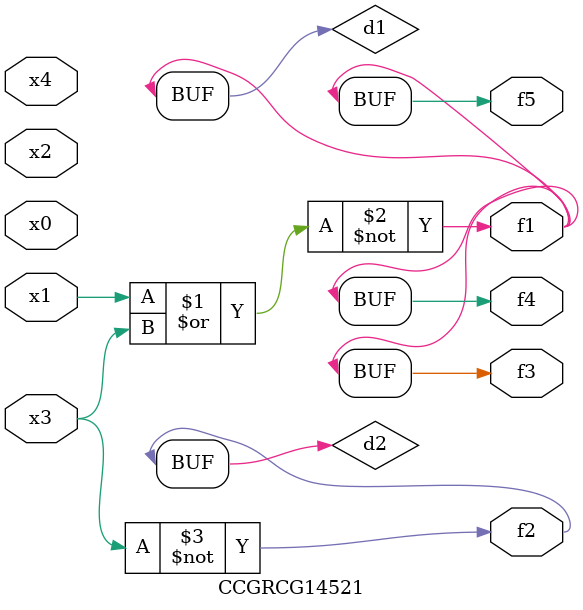
<source format=v>
module CCGRCG14521(
	input x0, x1, x2, x3, x4,
	output f1, f2, f3, f4, f5
);

	wire d1, d2;

	nor (d1, x1, x3);
	not (d2, x3);
	assign f1 = d1;
	assign f2 = d2;
	assign f3 = d1;
	assign f4 = d1;
	assign f5 = d1;
endmodule

</source>
